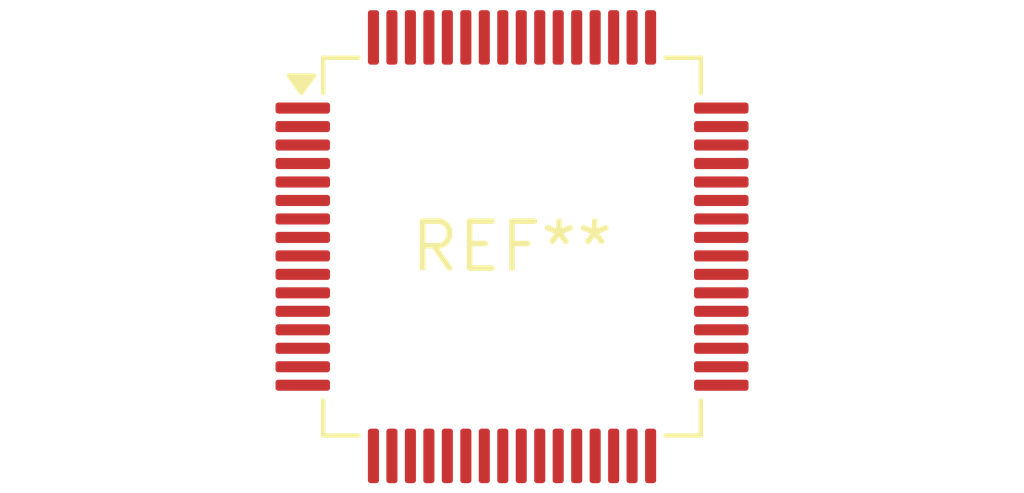
<source format=kicad_pcb>
(kicad_pcb (version 20240108) (generator pcbnew)
  (layers (0 "F.Cu" signal) (31 "B.Cu" signal) (34 "B.Paste" user) (35 "F.Paste" user) (36 "B.SilkS" user "B.Silkscreen") (37 "F.SilkS" user "F.Silkscreen") (38 "B.Mask" user) (39 "F.Mask" user) (44 "Edge.Cuts" user))
  (net 0 "")
  (footprint "TQFP-64_10x10mm_P0.5mm" (layer "F.Cu") (at 0 0)
    (property "Reference" "REF**")
    (property "Value" "TQFP-64_10x10mm_P0.5mm")
    (fp_line (start -5.11 -5.11) (end -5.11 -4.16) (layer "F.SilkS") (stroke (width 0.12)))
    (fp_line (start -5.11 5.11) (end -5.11 4.16) (layer "F.SilkS") (stroke (width 0.12)))
    (fp_line (start -4.16 -5.11) (end -5.11 -5.11) (layer "F.SilkS") (stroke (width 0.12)))
    (fp_line (start -4.16 5.11) (end -5.11 5.11) (layer "F.SilkS") (stroke (width 0.12)))
    (fp_line (start 4.16 -5.11) (end 5.11 -5.11) (layer "F.SilkS") (stroke (width 0.12)))
    (fp_line (start 4.16 5.11) (end 5.11 5.11) (layer "F.SilkS") (stroke (width 0.12)))
    (fp_line (start 5.11 -5.11) (end 5.11 -4.16) (layer "F.SilkS") (stroke (width 0.12)))
    (fp_line (start 5.11 5.11) (end 5.11 4.16) (layer "F.SilkS") (stroke (width 0.12)))
    (fp_poly (pts (xy -5.7 -4.16) (xy -6.04 -4.63) (xy -5.36 -4.63) (xy -5.7 -4.16)) (layer "F.SilkS") (stroke (width 0.12)) (fill solid))
    (pad "1" smd roundrect (at -5.6625 -3.75) (size 1.475 0.3) (layers "F.Cu" "F.Paste" "F.Mask"))
    (pad "2" smd roundrect (at -5.6625 -3.25) (size 1.475 0.3) (layers "F.Cu" "F.Paste" "F.Mask"))
    (pad "3" smd roundrect (at -5.6625 -2.75) (size 1.475 0.3) (layers "F.Cu" "F.Paste" "F.Mask"))
    (pad "4" smd roundrect (at -5.6625 -2.25) (size 1.475 0.3) (layers "F.Cu" "F.Paste" "F.Mask"))
    (pad "5" smd roundrect (at -5.6625 -1.75) (size 1.475 0.3) (layers "F.Cu" "F.Paste" "F.Mask"))
    (pad "6" smd roundrect (at -5.6625 -1.25) (size 1.475 0.3) (layers "F.Cu" "F.Paste" "F.Mask"))
    (pad "7" smd roundrect (at -5.6625 -0.75) (size 1.475 0.3) (layers "F.Cu" "F.Paste" "F.Mask"))
    (pad "8" smd roundrect (at -5.6625 -0.25) (size 1.475 0.3) (layers "F.Cu" "F.Paste" "F.Mask"))
    (pad "9" smd roundrect (at -5.6625 0.25) (size 1.475 0.3) (layers "F.Cu" "F.Paste" "F.Mask"))
    (pad "10" smd roundrect (at -5.6625 0.75) (size 1.475 0.3) (layers "F.Cu" "F.Paste" "F.Mask"))
    (pad "11" smd roundrect (at -5.6625 1.25) (size 1.475 0.3) (layers "F.Cu" "F.Paste" "F.Mask"))
    (pad "12" smd roundrect (at -5.6625 1.75) (size 1.475 0.3) (layers "F.Cu" "F.Paste" "F.Mask"))
    (pad "13" smd roundrect (at -5.6625 2.25) (size 1.475 0.3) (layers "F.Cu" "F.Paste" "F.Mask"))
    (pad "14" smd roundrect (at -5.6625 2.75) (size 1.475 0.3) (layers "F.Cu" "F.Paste" "F.Mask"))
    (pad "15" smd roundrect (at -5.6625 3.25) (size 1.475 0.3) (layers "F.Cu" "F.Paste" "F.Mask"))
    (pad "16" smd roundrect (at -5.6625 3.75) (size 1.475 0.3) (layers "F.Cu" "F.Paste" "F.Mask"))
    (pad "17" smd roundrect (at -3.75 5.6625) (size 0.3 1.475) (layers "F.Cu" "F.Paste" "F.Mask"))
    (pad "18" smd roundrect (at -3.25 5.6625) (size 0.3 1.475) (layers "F.Cu" "F.Paste" "F.Mask"))
    (pad "19" smd roundrect (at -2.75 5.6625) (size 0.3 1.475) (layers "F.Cu" "F.Paste" "F.Mask"))
    (pad "20" smd roundrect (at -2.25 5.6625) (size 0.3 1.475) (layers "F.Cu" "F.Paste" "F.Mask"))
    (pad "21" smd roundrect (at -1.75 5.6625) (size 0.3 1.475) (layers "F.Cu" "F.Paste" "F.Mask"))
    (pad "22" smd roundrect (at -1.25 5.6625) (size 0.3 1.475) (layers "F.Cu" "F.Paste" "F.Mask"))
    (pad "23" smd roundrect (at -0.75 5.6625) (size 0.3 1.475) (layers "F.Cu" "F.Paste" "F.Mask"))
    (pad "24" smd roundrect (at -0.25 5.6625) (size 0.3 1.475) (layers "F.Cu" "F.Paste" "F.Mask"))
    (pad "25" smd roundrect (at 0.25 5.6625) (size 0.3 1.475) (layers "F.Cu" "F.Paste" "F.Mask"))
    (pad "26" smd roundrect (at 0.75 5.6625) (size 0.3 1.475) (layers "F.Cu" "F.Paste" "F.Mask"))
    (pad "27" smd roundrect (at 1.25 5.6625) (size 0.3 1.475) (layers "F.Cu" "F.Paste" "F.Mask"))
    (pad "28" smd roundrect (at 1.75 5.6625) (size 0.3 1.475) (layers "F.Cu" "F.Paste" "F.Mask"))
    (pad "29" smd roundrect (at 2.25 5.6625) (size 0.3 1.475) (layers "F.Cu" "F.Paste" "F.Mask"))
    (pad "30" smd roundrect (at 2.75 5.6625) (size 0.3 1.475) (layers "F.Cu" "F.Paste" "F.Mask"))
    (pad "31" smd roundrect (at 3.25 5.6625) (size 0.3 1.475) (layers "F.Cu" "F.Paste" "F.Mask"))
    (pad "32" smd roundrect (at 3.75 5.6625) (size 0.3 1.475) (layers "F.Cu" "F.Paste" "F.Mask"))
    (pad "33" smd roundrect (at 5.6625 3.75) (size 1.475 0.3) (layers "F.Cu" "F.Paste" "F.Mask"))
    (pad "34" smd roundrect (at 5.6625 3.25) (size 1.475 0.3) (layers "F.Cu" "F.Paste" "F.Mask"))
    (pad "35" smd roundrect (at 5.6625 2.75) (size 1.475 0.3) (layers "F.Cu" "F.Paste" "F.Mask"))
    (pad "36" smd roundrect (at 5.6625 2.25) (size 1.475 0.3) (layers "F.Cu" "F.Paste" "F.Mask"))
    (pad "37" smd roundrect (at 5.6625 1.75) (size 1.475 0.3) (layers "F.Cu" "F.Paste" "F.Mask"))
    (pad "38" smd roundrect (at 5.6625 1.25) (size 1.475 0.3) (layers "F.Cu" "F.Paste" "F.Mask"))
    (pad "39" smd roundrect (at 5.6625 0.75) (size 1.475 0.3) (layers "F.Cu" "F.Paste" "F.Mask"))
    (pad "40" smd roundrect (at 5.6625 0.25) (size 1.475 0.3) (layers "F.Cu" "F.Paste" "F.Mask"))
    (pad "41" smd roundrect (at 5.6625 -0.25) (size 1.475 0.3) (layers "F.Cu" "F.Paste" "F.Mask"))
    (pad "42" smd roundrect (at 5.6625 -0.75) (size 1.475 0.3) (layers "F.Cu" "F.Paste" "F.Mask"))
    (pad "43" smd roundrect (at 5.6625 -1.25) (size 1.475 0.3) (layers "F.Cu" "F.Paste" "F.Mask"))
    (pad "44" smd roundrect (at 5.6625 -1.75) (size 1.475 0.3) (layers "F.Cu" "F.Paste" "F.Mask"))
    (pad "45" smd roundrect (at 5.6625 -2.25) (size 1.475 0.3) (layers "F.Cu" "F.Paste" "F.Mask"))
    (pad "46" smd roundrect (at 5.6625 -2.75) (size 1.475 0.3) (layers "F.Cu" "F.Paste" "F.Mask"))
    (pad "47" smd roundrect (at 5.6625 -3.25) (size 1.475 0.3) (layers "F.Cu" "F.Paste" "F.Mask"))
    (pad "48" smd roundrect (at 5.6625 -3.75) (size 1.475 0.3) (layers "F.Cu" "F.Paste" "F.Mask"))
    (pad "49" smd roundrect (at 3.75 -5.6625) (size 0.3 1.475) (layers "F.Cu" "F.Paste" "F.Mask"))
    (pad "50" smd roundrect (at 3.25 -5.6625) (size 0.3 1.475) (layers "F.Cu" "F.Paste" "F.Mask"))
    (pad "51" smd roundrect (at 2.75 -5.6625) (size 0.3 1.475) (layers "F.Cu" "F.Paste" "F.Mask"))
    (pad "52" smd roundrect (at 2.25 -5.6625) (size 0.3 1.475) (layers "F.Cu" "F.Paste" "F.Mask"))
    (pad "53" smd roundrect (at 1.75 -5.6625) (size 0.3 1.475) (layers "F.Cu" "F.Paste" "F.Mask"))
    (pad "54" smd roundrect (at 1.25 -5.6625) (size 0.3 1.475) (layers "F.Cu" "F.Paste" "F.Mask"))
    (pad "55" smd roundrect (at 0.75 -5.6625) (size 0.3 1.475) (layers "F.Cu" "F.Paste" "F.Mask"))
    (pad "56" smd roundrect (at 0.25 -5.6625) (size 0.3 1.475) (layers "F.Cu" "F.Paste" "F.Mask"))
    (pad "57" smd roundrect (at -0.25 -5.6625) (size 0.3 1.475) (layers "F.Cu" "F.Paste" "F.Mask"))
    (pad "58" smd roundrect (at -0.75 -5.6625) (size 0.3 1.475) (layers "F.Cu" "F.Paste" "F.Mask"))
    (pad "59" smd roundrect (at -1.25 -5.6625) (size 0.3 1.475) (layers "F.Cu" "F.Paste" "F.Mask"))
    (pad "60" smd roundrect (at -1.75 -5.6625) (size 0.3 1.475) (layers "F.Cu" "F.Paste" "F.Mask"))
    (pad "61" smd roundrect (at -2.25 -5.6625) (size 0.3 1.475) (layers "F.Cu" "F.Paste" "F.Mask"))
    (pad "62" smd roundrect (at -2.75 -5.6625) (size 0.3 1.475) (layers "F.Cu" "F.Paste" "F.Mask"))
    (pad "63" smd roundrect (at -3.25 -5.6625) (size 0.3 1.475) (layers "F.Cu" "F.Paste" "F.Mask"))
    (pad "64" smd roundrect (at -3.75 -5.6625) (size 0.3 1.475) (layers "F.Cu" "F.Paste" "F.Mask"))
  )
)
</source>
